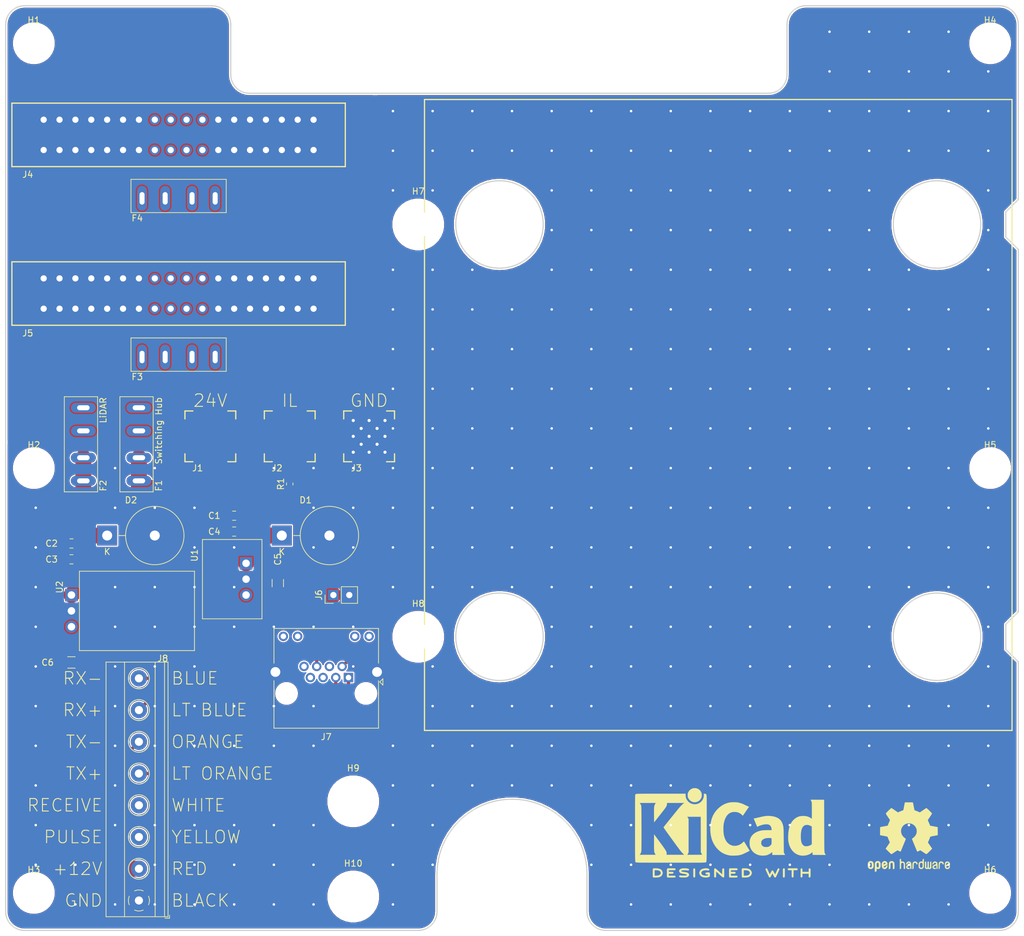
<source format=kicad_pcb>
(kicad_pcb (version 20171130) (host pcbnew "(5.1.7)-1")
  (title_block (date 2021-06-02) (company OUXT))
  (layers (0 F.Cu signal) (31 B.Cu signal) (34 B.Paste user hide) (35 F.Paste user hide) (36 B.SilkS user) (37 F.SilkS user) (38 B.Mask user hide) (39 F.Mask user hide) (44 Edge.Cuts user))
  (net 0 "")
  (net 1 GND)
  (net 2 "Net-(C1-Pad1)")
  (net 3 "Net-(C2-Pad1)")
  (net 4 "Net-(F1-Pad2)")
  (net 5 "Net-(J7-Pad11)")
  (net 6 "Net-(C6-Pad1)")
  (net 7 "Net-(C5-Pad1)")
  (net 8 "Net-(J2-Pad1)")
  (net 9 "Net-(J8-Pad4)")
  (net 10 "Net-(J8-Pad3)")
  (net 11 "Net-(F3-Pad1)")
  (net 12 "Net-(F4-Pad1)")
  (net 13 "Net-(J7-Pad12)")
  (net 14 "Net-(J7-Pad10)")
  (net 15 "Net-(J7-Pad9)")
  (net 16 "Net-(J7-Pad8)")
  (net 17 "Net-(J7-Pad6)")
  (net 18 "Net-(J7-Pad4)")
  (net 19 "Net-(J7-Pad2)")
  (net 20 "Net-(J7-Pad7)")
  (net 21 "Net-(J7-Pad5)")
  (net 22 "Net-(J7-Pad3)")
  (net 23 "Net-(J7-Pad1)")
  (module Symbol:OSHW-Logo2_14.6x12mm_SilkScreen (layer F.Cu) (at 213.5 209.055)
    (fp_text reference REF** hide)
    (fp_text value OSHW-Logo2_14.6x12mm_SilkScreen hide)
  )
  (module Symbol:KiCad-Logo2_12mm_SilkScreen (layer F.Cu) (at 184.925 207.15)
    (fp_text reference REF** hide)
    (fp_text value KiCad-Logo2_12mm_SilkScreen hide)
  )
  (module Fuse:RSPRO_1884617_plus_fuse (layer F.Cu) (at 96.66 106.82)
    (fp_text reference F4 (at -7.62 3.175) (layer F.SilkS) (effects (justify left)))
    (fp_text value "Mini Blade Fuse 32V 3A")
    (pad 2 thru_hole oval (at 5.85 0) (size 1.6 4) (drill oval 0.8 2) (layers *.Cu *.Mask) (net 4 "Net-(F1-Pad2)"))
    (pad 2 thru_hole oval (at 2.15 0) (size 1.6 4) (drill oval 0.8 2) (layers *.Cu *.Mask) (net 4 "Net-(F1-Pad2)"))
    (pad 1 thru_hole oval (at -2.15 0) (size 1.6 4) (drill oval 0.8 2) (layers *.Cu *.Mask) (net 12 "Net-(F4-Pad1)"))
    (pad 1 thru_hole oval (at -5.85 0) (size 1.6 4) (drill oval 0.8 2) (layers *.Cu *.Mask) (net 12 "Net-(F4-Pad1)"))
  )
  (module Fuse:RSPRO_1884617_plus_fuse (layer F.Cu) (at 96.66 132.22)
    (fp_text reference F3 (at -7.62 3.175) (layer F.SilkS) (effects (justify left)))
    (fp_text value "Mini Blade Fuse 32V 3A")
    (pad 2 thru_hole oval (at 5.85 0) (size 1.6 4) (drill oval 0.8 2) (layers *.Cu *.Mask) (net 4 "Net-(F1-Pad2)"))
    (pad 2 thru_hole oval (at 2.15 0) (size 1.6 4) (drill oval 0.8 2) (layers *.Cu *.Mask) (net 4 "Net-(F1-Pad2)"))
    (pad 1 thru_hole oval (at -2.15 0) (size 1.6 4) (drill oval 0.8 2) (layers *.Cu *.Mask) (net 11 "Net-(F3-Pad1)"))
    (pad 1 thru_hole oval (at -5.85 0) (size 1.6 4) (drill oval 0.8 2) (layers *.Cu *.Mask) (net 11 "Net-(F3-Pad1)"))
  )
  (module Fuse:RSPRO_1884617_plus_fuse (layer F.Cu) (at 81.42 146.19 90)
    (fp_text reference F2 (at -7.62 3.175 90) (layer F.SilkS) (effects (justify left)))
    (fp_text value "Mini Blade Fuse 32V 3A")
    (fp_text user LiDAR (at 7.62 3.175 90) (layer F.SilkS) (effects (justify right)))
    (pad 2 thru_hole oval (at 5.85 0 90) (size 1.6 4) (drill oval 0.8 2) (layers *.Cu *.Mask) (net 4 "Net-(F1-Pad2)"))
    (pad 2 thru_hole oval (at 2.15 0 90) (size 1.6 4) (drill oval 0.8 2) (layers *.Cu *.Mask) (net 4 "Net-(F1-Pad2)"))
    (pad 1 thru_hole oval (at -2.15 0 90) (size 1.6 4) (drill oval 0.8 2) (layers *.Cu *.Mask) (net 3 "Net-(C2-Pad1)"))
    (pad 1 thru_hole oval (at -5.85 0 90) (size 1.6 4) (drill oval 0.8 2) (layers *.Cu *.Mask) (net 3 "Net-(C2-Pad1)"))
  )
  (module Fuse:RSPRO_1884617_plus_fuse (layer F.Cu) (at 90.31 146.19 90)
    (fp_text reference F1 (at -7.62 3.175 90) (layer F.SilkS) (effects (justify left)))
    (fp_text value "Mini Blade Fuse 32V 3A")
    (fp_text user "Switching Hub" (at 7.62 3.175 90) (layer F.SilkS) (effects (justify right)))
    (pad 2 thru_hole oval (at 5.85 0 90) (size 1.6 4) (drill oval 0.8 2) (layers *.Cu *.Mask) (net 4 "Net-(F1-Pad2)"))
    (pad 2 thru_hole oval (at 2.15 0 90) (size 1.6 4) (drill oval 0.8 2) (layers *.Cu *.Mask) (net 4 "Net-(F1-Pad2)"))
    (pad 1 thru_hole oval (at -2.15 0 90) (size 1.6 4) (drill oval 0.8 2) (layers *.Cu *.Mask) (net 2 "Net-(C1-Pad1)"))
    (pad 1 thru_hole oval (at -5.85 0 90) (size 1.6 4) (drill oval 0.8 2) (layers *.Cu *.Mask) (net 2 "Net-(C1-Pad1)"))
  )
  (module Terminal:PV-3_via (layer F.Cu) (at 127.14 144.92)
    (fp_text reference J3 (at -2.032 5.08) (layer F.SilkS))
    (fp_text value PV-3)
    (fp_text user GND (at 0 -5.715) (layer F.SilkS) (effects (font (size 2 2))))
    (pad 1 thru_hole circle (at -1.27 1.27) (size 1.27 1.27) (drill 0.5) (layers *.Cu *.Mask) (net 1 GND))
    (pad 1 thru_hole circle (at 1.27 1.27) (size 1.27 1.27) (drill 0.5) (layers *.Cu *.Mask) (net 1 GND))
    (pad 1 thru_hole circle (at 1.27 -1.27) (size 1.27 1.27) (drill 0.5) (layers *.Cu *.Mask) (net 1 GND))
    (pad 1 thru_hole circle (at -1.27 -1.27) (size 1.27 1.27) (drill 0.5) (layers *.Cu *.Mask) (net 1 GND))
    (pad 1 thru_hole circle (at -2.54 2.54) (size 1.27 1.27) (drill 0.5) (layers *.Cu *.Mask) (net 1 GND))
    (pad 1 thru_hole circle (at 0 2.54) (size 1.27 1.27) (drill 0.5) (layers *.Cu *.Mask) (net 1 GND))
    (pad 1 thru_hole circle (at 2.54 2.54) (size 1.27 1.27) (drill 0.5) (layers *.Cu *.Mask) (net 1 GND))
    (pad 1 thru_hole circle (at 2.54 -2.54) (size 1.27 1.27) (drill 0.5) (layers *.Cu *.Mask) (net 1 GND))
    (pad 1 thru_hole circle (at 0 -2.54) (size 1.27 1.27) (drill 0.5) (layers *.Cu *.Mask) (net 1 GND))
    (pad 1 thru_hole circle (at -2.54 -2.54) (size 1.27 1.27) (drill 0.5) (layers *.Cu *.Mask) (net 1 GND))
    (pad 1 thru_hole circle (at -2.54 0) (size 1.27 1.27) (drill 0.5) (layers *.Cu *.Mask) (net 1 GND))
    (pad 1 thru_hole circle (at 2.54 0) (size 1.27 1.27) (drill 0.5) (layers *.Cu *.Mask) (net 1 GND))
    (pad 1 thru_hole circle (at 0 0) (size 1.27 1.27) (drill 0.5) (layers *.Cu *.Mask) (net 1 GND))
    (pad 1 smd rect (at 0 0) (size 7.5 7.5) (layers F.Cu F.Paste F.Mask) (net 1 GND))
  )
  (module Terminal:PV-3 (layer F.Cu) (at 114.44 144.92)
    (fp_text reference J2 (at -2.032 5.08) (layer F.SilkS))
    (fp_text value PV-3)
    (fp_text user IL (at 0 -5.715) (layer F.SilkS) (effects (font (size 2 2))))
    (pad 1 smd rect (at 0 0) (size 7.5 7.5) (layers F.Cu F.Paste F.Mask) (net 8 "Net-(J2-Pad1)"))
  )
  (module Terminal:PV-3 (layer F.Cu) (at 101.74 144.92)
    (fp_text reference J1 (at -2.032 5.08) (layer F.SilkS))
    (fp_text value PV-3)
    (fp_text user 24V (at 0 -5.715) (layer F.SilkS) (effects (font (size 2 2))))
    (pad 1 smd rect (at 0 0) (size 7.5 7.5) (layers F.Cu F.Paste F.Mask) (net 4 "Net-(F1-Pad2)"))
  )
  (module Connector:TEConnectivity_2-5530843-7 (layer F.Cu) (at 96.66 122.06)
    (fp_text reference J5 (at -24.13 6.35) (layer F.SilkS))
    (fp_text value 2-5530843-7)
    (pad 35 thru_hole circle (at 21.59 2.4257) (size 1.7 1.7) (drill 1) (layers *.Cu *.Mask) (net 1 GND))
    (pad 36 thru_hole circle (at 21.59 -2.4257) (size 1.7 1.7) (drill 1) (layers *.Cu *.Mask) (net 1 GND))
    (pad 33 thru_hole circle (at 19.05 2.4257) (size 1.7 1.7) (drill 1) (layers *.Cu *.Mask) (net 1 GND))
    (pad 34 thru_hole circle (at 19.05 -2.4257) (size 1.7 1.7) (drill 1) (layers *.Cu *.Mask) (net 1 GND))
    (pad 31 thru_hole circle (at 16.51 2.4257) (size 1.7 1.7) (drill 1) (layers *.Cu *.Mask) (net 1 GND))
    (pad 32 thru_hole circle (at 16.51 -2.4257) (size 1.7 1.7) (drill 1) (layers *.Cu *.Mask) (net 1 GND))
    (pad 29 thru_hole circle (at 13.97 2.4257) (size 1.7 1.7) (drill 1) (layers *.Cu *.Mask) (net 1 GND))
    (pad 30 thru_hole circle (at 13.97 -2.4257) (size 1.7 1.7) (drill 1) (layers *.Cu *.Mask) (net 1 GND))
    (pad 27 thru_hole circle (at 11.43 2.4257) (size 1.7 1.7) (drill 1) (layers *.Cu *.Mask) (net 1 GND))
    (pad 28 thru_hole circle (at 11.43 -2.4257) (size 1.7 1.7) (drill 1) (layers *.Cu *.Mask) (net 1 GND))
    (pad 25 thru_hole circle (at 8.89 2.4257 90) (size 1.7 1.7) (drill 1) (layers *.Cu *.Mask) (net 1 GND))
    (pad 26 thru_hole circle (at 8.89 -2.4257) (size 1.7 1.7) (drill 1) (layers *.Cu *.Mask) (net 1 GND))
    (pad 23 thru_hole circle (at 6.35 2.4257) (size 1.7 1.7) (drill 1) (layers *.Cu *.Mask) (net 1 GND))
    (pad 24 thru_hole circle (at 6.35 -2.4257) (size 1.7 1.7) (drill 1) (layers *.Cu *.Mask) (net 1 GND))
    (pad 21 thru_hole circle (at 3.81 2.4257) (size 1.7 1.7) (drill 1) (layers *.Cu *.Mask) (net 11 "Net-(F3-Pad1)"))
    (pad 22 thru_hole circle (at 3.81 -2.4257) (size 1.7 1.7) (drill 1) (layers *.Cu *.Mask) (net 11 "Net-(F3-Pad1)"))
    (pad 19 thru_hole circle (at 1.27 2.4257) (size 1.7 1.7) (drill 1) (layers *.Cu *.Mask) (net 11 "Net-(F3-Pad1)"))
    (pad 20 thru_hole circle (at 1.27 -2.4257) (size 1.7 1.7) (drill 1) (layers *.Cu *.Mask) (net 11 "Net-(F3-Pad1)"))
    (pad 17 thru_hole circle (at -1.27 2.4257) (size 1.7 1.7) (drill 1) (layers *.Cu *.Mask) (net 11 "Net-(F3-Pad1)"))
    (pad 18 thru_hole circle (at -1.27 -2.4257) (size 1.7 1.7) (drill 1) (layers *.Cu *.Mask) (net 11 "Net-(F3-Pad1)"))
    (pad 15 thru_hole circle (at -3.81 2.4257) (size 1.7 1.7) (drill 1) (layers *.Cu *.Mask) (net 11 "Net-(F3-Pad1)"))
    (pad 16 thru_hole circle (at -3.81 -2.4257) (size 1.7 1.7) (drill 1) (layers *.Cu *.Mask) (net 11 "Net-(F3-Pad1)"))
    (pad 13 thru_hole circle (at -6.35 2.4257) (size 1.7 1.7) (drill 1) (layers *.Cu *.Mask) (net 1 GND))
    (pad 14 thru_hole circle (at -6.35 -2.4257) (size 1.7 1.7) (drill 1) (layers *.Cu *.Mask) (net 1 GND))
    (pad 11 thru_hole circle (at -8.89 2.4257) (size 1.7 1.7) (drill 1) (layers *.Cu *.Mask) (net 1 GND))
    (pad 12 thru_hole circle (at -8.89 -2.4257) (size 1.7 1.7) (drill 1) (layers *.Cu *.Mask) (net 1 GND))
    (pad 9 thru_hole circle (at -11.43 2.4257) (size 1.7 1.7) (drill 1) (layers *.Cu *.Mask) (net 1 GND))
    (pad 10 thru_hole circle (at -11.43 -2.4257) (size 1.7 1.7) (drill 1) (layers *.Cu *.Mask) (net 1 GND))
    (pad 7 thru_hole circle (at -13.97 2.4257) (size 1.7 1.7) (drill 1) (layers *.Cu *.Mask) (net 1 GND))
    (pad 8 thru_hole circle (at -13.97 -2.4257) (size 1.7 1.7) (drill 1) (layers *.Cu *.Mask) (net 1 GND))
    (pad 5 thru_hole circle (at -16.51 2.4257) (size 1.7 1.7) (drill 1) (layers *.Cu *.Mask) (net 1 GND))
    (pad 6 thru_hole circle (at -16.51 -2.4257) (size 1.7 1.7) (drill 1) (layers *.Cu *.Mask) (net 1 GND))
    (pad 3 thru_hole circle (at -19.05 2.4257) (size 1.7 1.7) (drill 1) (layers *.Cu *.Mask) (net 1 GND))
    (pad 4 thru_hole circle (at -19.05 -2.4257) (size 1.7 1.7) (drill 1) (layers *.Cu *.Mask) (net 1 GND))
    (pad 1 thru_hole circle (at -21.59 2.4257) (size 1.7 1.7) (drill 1) (layers *.Cu *.Mask) (net 1 GND))
    (pad 2 thru_hole circle (at -21.59 -2.4257) (size 1.7 1.7) (drill 1) (layers *.Cu *.Mask) (net 1 GND))
  )
  (module Connector:TEConnectivity_2-5530843-7 (layer F.Cu) (at 96.66 96.66)
    (fp_text reference J4 (at -24.13 6.35) (layer F.SilkS))
    (fp_text value 2-5530843-7)
    (pad 35 thru_hole circle (at 21.59 2.4257) (size 1.7 1.7) (drill 1) (layers *.Cu *.Mask) (net 1 GND))
    (pad 36 thru_hole circle (at 21.59 -2.4257) (size 1.7 1.7) (drill 1) (layers *.Cu *.Mask) (net 1 GND))
    (pad 33 thru_hole circle (at 19.05 2.4257) (size 1.7 1.7) (drill 1) (layers *.Cu *.Mask) (net 1 GND))
    (pad 34 thru_hole circle (at 19.05 -2.4257) (size 1.7 1.7) (drill 1) (layers *.Cu *.Mask) (net 1 GND))
    (pad 31 thru_hole circle (at 16.51 2.4257) (size 1.7 1.7) (drill 1) (layers *.Cu *.Mask) (net 1 GND))
    (pad 32 thru_hole circle (at 16.51 -2.4257) (size 1.7 1.7) (drill 1) (layers *.Cu *.Mask) (net 1 GND))
    (pad 29 thru_hole circle (at 13.97 2.4257) (size 1.7 1.7) (drill 1) (layers *.Cu *.Mask) (net 1 GND))
    (pad 30 thru_hole circle (at 13.97 -2.4257) (size 1.7 1.7) (drill 1) (layers *.Cu *.Mask) (net 1 GND))
    (pad 27 thru_hole circle (at 11.43 2.4257) (size 1.7 1.7) (drill 1) (layers *.Cu *.Mask) (net 1 GND))
    (pad 28 thru_hole circle (at 11.43 -2.4257) (size 1.7 1.7) (drill 1) (layers *.Cu *.Mask) (net 1 GND))
    (pad 25 thru_hole circle (at 8.89 2.4257 90) (size 1.7 1.7) (drill 1) (layers *.Cu *.Mask) (net 1 GND))
    (pad 26 thru_hole circle (at 8.89 -2.4257) (size 1.7 1.7) (drill 1) (layers *.Cu *.Mask) (net 1 GND))
    (pad 23 thru_hole circle (at 6.35 2.4257) (size 1.7 1.7) (drill 1) (layers *.Cu *.Mask) (net 1 GND))
    (pad 24 thru_hole circle (at 6.35 -2.4257) (size 1.7 1.7) (drill 1) (layers *.Cu *.Mask) (net 1 GND))
    (pad 21 thru_hole circle (at 3.81 2.4257) (size 1.7 1.7) (drill 1) (layers *.Cu *.Mask) (net 12 "Net-(F4-Pad1)"))
    (pad 22 thru_hole circle (at 3.81 -2.4257) (size 1.7 1.7) (drill 1) (layers *.Cu *.Mask) (net 12 "Net-(F4-Pad1)"))
    (pad 19 thru_hole circle (at 1.27 2.4257) (size 1.7 1.7) (drill 1) (layers *.Cu *.Mask) (net 12 "Net-(F4-Pad1)"))
    (pad 20 thru_hole circle (at 1.27 -2.4257) (size 1.7 1.7) (drill 1) (layers *.Cu *.Mask) (net 12 "Net-(F4-Pad1)"))
    (pad 17 thru_hole circle (at -1.27 2.4257) (size 1.7 1.7) (drill 1) (layers *.Cu *.Mask) (net 12 "Net-(F4-Pad1)"))
    (pad 18 thru_hole circle (at -1.27 -2.4257) (size 1.7 1.7) (drill 1) (layers *.Cu *.Mask) (net 12 "Net-(F4-Pad1)"))
    (pad 15 thru_hole circle (at -3.81 2.4257) (size 1.7 1.7) (drill 1) (layers *.Cu *.Mask) (net 12 "Net-(F4-Pad1)"))
    (pad 16 thru_hole circle (at -3.81 -2.4257) (size 1.7 1.7) (drill 1) (layers *.Cu *.Mask) (net 12 "Net-(F4-Pad1)"))
    (pad 13 thru_hole circle (at -6.35 2.4257) (size 1.7 1.7) (drill 1) (layers *.Cu *.Mask) (net 1 GND))
    (pad 14 thru_hole circle (at -6.35 -2.4257) (size 1.7 1.7) (drill 1) (layers *.Cu *.Mask) (net 1 GND))
    (pad 11 thru_hole circle (at -8.89 2.4257) (size 1.7 1.7) (drill 1) (layers *.Cu *.Mask) (net 1 GND))
    (pad 12 thru_hole circle (at -8.89 -2.4257) (size 1.7 1.7) (drill 1) (layers *.Cu *.Mask) (net 1 GND))
    (pad 9 thru_hole circle (at -11.43 2.4257) (size 1.7 1.7) (drill 1) (layers *.Cu *.Mask) (net 1 GND))
    (pad 10 thru_hole circle (at -11.43 -2.4257) (size 1.7 1.7) (drill 1) (layers *.Cu *.Mask) (net 1 GND))
    (pad 7 thru_hole circle (at -13.97 2.4257) (size 1.7 1.7) (drill 1) (layers *.Cu *.Mask) (net 1 GND))
    (pad 8 thru_hole circle (at -13.97 -2.4257) (size 1.7 1.7) (drill 1) (layers *.Cu *.Mask) (net 1 GND))
    (pad 5 thru_hole circle (at -16.51 2.4257) (size 1.7 1.7) (drill 1) (layers *.Cu *.Mask) (net 1 GND))
    (pad 6 thru_hole circle (at -16.51 -2.4257) (size 1.7 1.7) (drill 1) (layers *.Cu *.Mask) (net 1 GND))
    (pad 3 thru_hole circle (at -19.05 2.4257) (size 1.7 1.7) (drill 1) (layers *.Cu *.Mask) (net 1 GND))
    (pad 4 thru_hole circle (at -19.05 -2.4257) (size 1.7 1.7) (drill 1) (layers *.Cu *.Mask) (net 1 GND))
    (pad 1 thru_hole circle (at -21.59 2.4257) (size 1.7 1.7) (drill 1) (layers *.Cu *.Mask) (net 1 GND))
    (pad 2 thru_hole circle (at -21.59 -2.4257) (size 1.7 1.7) (drill 1) (layers *.Cu *.Mask) (net 1 GND))
  )
  (module SuperRegulator:K78xx-2000R3 (layer F.Cu) (at 107.455 167.78 270)
    (fp_text reference U1 (at -3.81 8.255 90) (layer F.SilkS))
    (fp_text value K7805-2000R3)
    (pad 3 thru_hole circle (at 2.54 0 270) (size 2 2) (drill 1.2) (layers *.Cu *.Mask) (net 7 "Net-(C5-Pad1)"))
    (pad 2 thru_hole circle (at 0 0 270) (size 2 2) (drill 1.2) (layers *.Cu *.Mask) (net 1 GND))
    (pad 1 thru_hole rect (at -2.54 0 270) (size 2 2) (drill 1.2) (layers *.Cu *.Mask) (net 2 "Net-(C1-Pad1)"))
  )
  (module SuperRegulator:K78xx-2000R3L (layer F.Cu) (at 79.515 172.86 270)
    (fp_text reference U2 (at -3.81 1.905 90) (layer F.SilkS))
    (fp_text value K7812-2000R3L)
    (pad 3 thru_hole circle (at 2.54 0 270) (size 2 2) (drill 1.2) (layers *.Cu *.Mask) (net 6 "Net-(C6-Pad1)"))
    (pad 2 thru_hole circle (at 0 0 270) (size 2 2) (drill 1.2) (layers *.Cu *.Mask) (net 1 GND))
    (pad 1 thru_hole rect (at -2.54 0 270) (size 2 2) (drill 1.2) (layers *.Cu *.Mask) (net 3 "Net-(C2-Pad1)"))
  )
  (module Connector_PinHeader_2.54mm:PinHeader_1x02_P2.54mm_Vertical (layer F.Cu) (at 121.425 170.32 90)
    (fp_text reference J6 (at 0 -2.33 90) (layer F.SilkS))
    (fp_text value Conn_01x02)
    (pad 2 thru_hole oval (at 0 2.54 90) (size 1.7 1.7) (drill 1) (layers *.Cu *.Mask) (net 1 GND))
    (pad 1 thru_hole rect (at 0 0 90) (size 1.7 1.7) (drill 1) (layers *.Cu *.Mask) (net 7 "Net-(C5-Pad1)"))
  )
  (module Capacitor_SMD:C_1206_3216Metric_Pad1.42x1.75mm_HandSolder (layer F.Cu) (at 112.535 168.415 90)
    (fp_text reference C5 (at 3.81 0 90) (layer F.SilkS))
    (fp_text value "22u 10V")
    (pad 2 smd roundrect (at 1.4875 0 90) (size 1.425 1.75) (layers F.Cu F.Paste F.Mask) (roundrect_rratio 0.175439) (net 1 GND))
    (pad 1 smd roundrect (at -1.4875 0 90) (size 1.425 1.75) (layers F.Cu F.Paste F.Mask) (roundrect_rratio 0.175439) (net 7 "Net-(C5-Pad1)"))
  )
  (module Diode_THT:D_P600_R-6_P7.62mm_Vertical_KathodeUp (layer F.Cu) (at 85.23 160.795)
    (fp_text reference D2 (at 3.81 -5.67) (layer F.SilkS))
    (fp_text value 5KP30A-E3/54)
    (fp_text user K (at 0 2.6) (layer F.SilkS))
    (pad 2 thru_hole oval (at 7.62 0) (size 3.2 3.2) (drill 1.6) (layers *.Cu *.Mask) (net 1 GND))
    (pad 1 thru_hole rect (at 0 0) (size 3.2 3.2) (drill 1.6) (layers *.Cu *.Mask) (net 3 "Net-(C2-Pad1)"))
  )
  (module Diode_THT:D_P600_R-6_P7.62mm_Vertical_KathodeUp (layer F.Cu) (at 113.17 160.795)
    (fp_text reference D1 (at 3.81 -5.67) (layer F.SilkS))
    (fp_text value 5KP30A-E3/54)
    (fp_text user K (at 0 2.6) (layer F.SilkS))
    (pad 2 thru_hole oval (at 7.62 0) (size 3.2 3.2) (drill 1.6) (layers *.Cu *.Mask) (net 1 GND))
    (pad 1 thru_hole rect (at 0 0) (size 3.2 3.2) (drill 1.6) (layers *.Cu *.Mask) (net 2 "Net-(C1-Pad1)"))
  )
  (module Capacitor_SMD:C_0805_2012Metric_Pad1.18x1.45mm_HandSolder (layer F.Cu) (at 79.515 164.605 180)
    (fp_text reference C3 (at 3.175 0) (layer F.SilkS))
    (fp_text value "10u 35V")
    (pad 2 smd roundrect (at 1.0375 0 180) (size 1.175 1.45) (layers F.Cu F.Paste F.Mask) (roundrect_rratio 0.212766) (net 1 GND))
    (pad 1 smd roundrect (at -1.0375 0 180) (size 1.175 1.45) (layers F.Cu F.Paste F.Mask) (roundrect_rratio 0.212766) (net 3 "Net-(C2-Pad1)"))
  )
  (module Capacitor_SMD:C_0805_2012Metric_Pad1.18x1.45mm_HandSolder (layer F.Cu) (at 105.55 157.62 180)
    (fp_text reference C1 (at 3.175 0) (layer F.SilkS))
    (fp_text value "10u 35V")
    (pad 2 smd roundrect (at 1.0375 0 180) (size 1.175 1.45) (layers F.Cu F.Paste F.Mask) (roundrect_rratio 0.212766) (net 1 GND))
    (pad 1 smd roundrect (at -1.0375 0 180) (size 1.175 1.45) (layers F.Cu F.Paste F.Mask) (roundrect_rratio 0.212766) (net 2 "Net-(C1-Pad1)"))
  )
  (module Capacitor_SMD:C_1206_3216Metric_Pad1.42x1.75mm_HandSolder (layer F.Cu) (at 79.515 181.115 180)
    (fp_text reference C6 (at 3.81 0) (layer F.SilkS))
    (fp_text value "22u 25V")
    (pad 2 smd roundrect (at 1.4875 0 180) (size 1.425 1.75) (layers F.Cu F.Paste F.Mask) (roundrect_rratio 0.175439) (net 1 GND))
    (pad 1 smd roundrect (at -1.4875 0 180) (size 1.425 1.75) (layers F.Cu F.Paste F.Mask) (roundrect_rratio 0.175439) (net 6 "Net-(C6-Pad1)"))
  )
  (module MountingHole:MountingHole_4.3mm_M4 (layer F.Cu) (at 124.6 218.58)
    (fp_text reference H10 (at 0 -5.3) (layer F.SilkS))
    (fp_text value MountingHole)
    (pad 1 np_thru_hole circle (at 0 0) (size 4.3 4.3) (drill 4.3) (layers *.Cu *.Mask))
  )
  (module MountingHole:MountingHole_4.3mm_M4 (layer F.Cu) (at 124.6 203.34)
    (fp_text reference H9 (at 0 -5.3) (layer F.SilkS))
    (fp_text value MountingHole)
    (pad 1 np_thru_hole circle (at 0 0) (size 4.3 4.3) (drill 4.3) (layers *.Cu *.Mask))
  )
  (module MountingHole:MountingHole_4.3mm_M4 (layer F.Cu) (at 135 177)
    (fp_text reference H8 (at 0 -5.3) (layer F.SilkS))
    (fp_text value MountingHole)
    (pad 1 np_thru_hole circle (at 0 0) (size 4.3 4.3) (drill 4.3) (layers *.Cu *.Mask))
  )
  (module MountingHole:MountingHole_4.3mm_M4 (layer F.Cu) (at 135 111)
    (fp_text reference H7 (at 0 -5.3) (layer F.SilkS))
    (fp_text value MountingHole)
    (pad 1 np_thru_hole circle (at 0 0) (size 4.3 4.3) (drill 4.3) (layers *.Cu *.Mask))
  )
  (module TerminalBlock_Phoenix:TerminalBlock_Phoenix_MKDS-1,5-8-5.08_1x08_P5.08mm_Horizontal (layer F.Cu) (at 90.31 219.215 90)
    (fp_text reference J8 (at 38.735 3.81 180) (layer F.SilkS))
    (fp_text value 1715789)
    (pad 8 thru_hole circle (at 35.56 0 90) (size 2.6 2.6) (drill 1.3) (layers *.Cu *.Mask) (net 17 "Net-(J7-Pad6)"))
    (pad 7 thru_hole circle (at 30.48 0 90) (size 2.6 2.6) (drill 1.3) (layers *.Cu *.Mask) (net 22 "Net-(J7-Pad3)"))
    (pad 6 thru_hole circle (at 25.4 0 90) (size 2.6 2.6) (drill 1.3) (layers *.Cu *.Mask) (net 19 "Net-(J7-Pad2)"))
    (pad 5 thru_hole circle (at 20.32 0 90) (size 2.6 2.6) (drill 1.3) (layers *.Cu *.Mask) (net 23 "Net-(J7-Pad1)"))
    (pad 4 thru_hole circle (at 15.24 0 90) (size 2.6 2.6) (drill 1.3) (layers *.Cu *.Mask) (net 9 "Net-(J8-Pad4)"))
    (pad 3 thru_hole circle (at 10.16 0 90) (size 2.6 2.6) (drill 1.3) (layers *.Cu *.Mask) (net 10 "Net-(J8-Pad3)"))
    (pad 2 thru_hole circle (at 5.08 0 90) (size 2.6 2.6) (drill 1.3) (layers *.Cu *.Mask) (net 6 "Net-(C6-Pad1)"))
    (pad 1 thru_hole rect (at 0 0 90) (size 2.6 2.6) (drill 1.3) (layers *.Cu *.Mask) (net 1 GND))
  )
  (module Connector_RJ:RJ45_Amphenol_RJHSE538X (layer F.Cu) (at 123.838 183.53 180)
    (fp_text reference J7 (at 3.56 -9.5) (layer F.SilkS))
    (fp_text value RJHSE5381)
    (pad 12 thru_hole circle (at 10.42 6.6 180) (size 1.5 1.5) (drill 0.89) (layers *.Cu *.Mask) (net 13 "Net-(J7-Pad12)"))
    (pad 11 thru_hole circle (at 8.13 6.6 180) (size 1.5 1.5) (drill 0.89) (layers *.Cu *.Mask) (net 5 "Net-(J7-Pad11)"))
    (pad 10 thru_hole circle (at -1.01 6.6 180) (size 1.5 1.5) (drill 0.89) (layers *.Cu *.Mask) (net 14 "Net-(J7-Pad10)"))
    (pad 9 thru_hole circle (at -3.3 6.6 180) (size 1.5 1.5) (drill 0.89) (layers *.Cu *.Mask) (net 15 "Net-(J7-Pad9)"))
    (pad SH thru_hole circle (at -4.57 0.89 180) (size 2.3 2.3) (drill 1.57) (layers *.Cu *.Mask) (net 1 GND))
    (pad SH thru_hole circle (at 11.69 0.89 180) (size 2.3 2.3) (drill 1.57) (layers *.Cu *.Mask) (net 1 GND))
    (pad "" np_thru_hole circle (at 9.91 -2.54 180) (size 3.25 3.25) (drill 3.25) (layers *.Cu *.Mask))
    (pad "" np_thru_hole circle (at -2.79 -2.54 180) (size 3.25 3.25) (drill 3.25) (layers *.Cu *.Mask))
    (pad 8 thru_hole circle (at 7.112 1.78 180) (size 1.5 1.5) (drill 0.89) (layers *.Cu *.Mask) (net 16 "Net-(J7-Pad8)"))
    (pad 6 thru_hole circle (at 5.08 1.78 180) (size 1.5 1.5) (drill 0.89) (layers *.Cu *.Mask) (net 17 "Net-(J7-Pad6)"))
    (pad 4 thru_hole circle (at 3.048 1.78 180) (size 1.5 1.5) (drill 0.89) (layers *.Cu *.Mask) (net 18 "Net-(J7-Pad4)"))
    (pad 2 thru_hole circle (at 1.016 1.78 180) (size 1.5 1.5) (drill 0.89) (layers *.Cu *.Mask) (net 19 "Net-(J7-Pad2)"))
    (pad 7 thru_hole circle (at 6.096 0 180) (size 1.5 1.5) (drill 0.89) (layers *.Cu *.Mask) (net 20 "Net-(J7-Pad7)"))
    (pad 5 thru_hole circle (at 4.064 0 180) (size 1.5 1.5) (drill 0.89) (layers *.Cu *.Mask) (net 21 "Net-(J7-Pad5)"))
    (pad 3 thru_hole circle (at 2.032 0 180) (size 1.5 1.5) (drill 0.89) (layers *.Cu *.Mask) (net 22 "Net-(J7-Pad3)"))
    (pad 1 thru_hole rect (at 0 0 180) (size 1.5 1.5) (drill 0.89) (layers *.Cu *.Mask) (net 23 "Net-(J7-Pad1)"))
  )
  (module Resistor_SMD:R_0603_1608Metric_Pad1.05x0.95mm_HandSolder (layer F.Cu) (at 114.44 152.54 90)
    (fp_text reference R1 (at 0 -1.43 90) (layer F.SilkS))
    (fp_text value 1k)
    (pad 2 smd roundrect (at 0.875 0 90) (size 1.05 0.95) (layers F.Cu F.Paste F.Mask) (net 8 "Net-(J2-Pad1)"))
    (pad 1 smd roundrect (at -0.875 0 90) (size 1.05 0.95) (layers F.Cu F.Paste F.Mask) (net 1 GND))
  )
  (module MountingHole:MountingHole_2.7mm_M2.5 (layer F.Cu) (at 226.5 218)
    (fp_text reference H6 (at 0 -3.7) (layer F.SilkS))
    (fp_text value MountingHole)
    (pad 1 np_thru_hole circle (at 0 0) (size 2.7 2.7) (drill 2.7) (layers *.Cu *.Mask))
  )
  (module MountingHole:MountingHole_2.7mm_M2.5 (layer F.Cu) (at 226.5 150)
    (fp_text reference H5 (at 0 -3.7) (layer F.SilkS))
    (fp_text value MountingHole)
    (pad 1 np_thru_hole circle (at 0 0) (size 2.7 2.7) (drill 2.7) (layers *.Cu *.Mask))
  )
  (module MountingHole:MountingHole_2.7mm_M2.5 (layer F.Cu) (at 226.5 82)
    (fp_text reference H4 (at 0 -3.7) (layer F.SilkS))
    (fp_text value MountingHole)
    (pad 1 np_thru_hole circle (at 0 0) (size 2.7 2.7) (drill 2.7) (layers *.Cu *.Mask))
  )
  (module MountingHole:MountingHole_2.7mm_M2.5 (layer F.Cu) (at 73.5 218)
    (fp_text reference H3 (at 0 -3.7) (layer F.SilkS))
    (fp_text value MountingHole)
    (pad "" np_thru_hole circle (at 0 0) (size 2.7 2.7) (drill 2.7) (layers *.Cu *.Mask) (clearance 2))
  )
  (module MountingHole:MountingHole_2.7mm_M2.5 (layer F.Cu) (at 73.5 150)
    (fp_text reference H2 (at 0 -3.7) (layer F.SilkS))
    (fp_text value MountingHole)
    (pad 1 np_thru_hole circle (at 0 0) (size 2.7 2.7) (drill 2.7) (layers *.Cu *.Mask))
  )
  (module MountingHole:MountingHole_2.7mm_M2.5 (layer F.Cu) (at 73.5 82)
    (fp_text reference H1 (at 0 -3.7) (layer F.SilkS))
    (fp_text value MountingHole)
    (pad 1 np_thru_hole circle (at 0 0) (size 2.7 2.7) (drill 2.7) (layers *.Cu *.Mask))
  )
  (module Capacitor_SMD:C_0805_2012Metric_Pad1.18x1.45mm_HandSolder (layer F.Cu) (at 79.515 162.065 180)
    (fp_text reference C2 (at 3.175 0) (layer F.SilkS))
    (fp_text value "10u 35V")
    (pad 2 smd roundrect (at 1.0375 0 180) (size 1.175 1.45) (layers F.Cu F.Paste F.Mask) (roundrect_rratio 0.212766) (net 1 GND))
    (pad 1 smd roundrect (at -1.0375 0 180) (size 1.175 1.45) (layers F.Cu F.Paste F.Mask) (roundrect_rratio 0.212766) (net 3 "Net-(C2-Pad1)"))
  )
  (module Capacitor_SMD:C_0805_2012Metric_Pad1.18x1.45mm_HandSolder (layer F.Cu) (at 105.55 160.16 180)
    (fp_text reference C4 (at 3.175 0) (layer F.SilkS))
    (fp_text value "10u 35V")
    (pad 2 smd roundrect (at 1.0375 0 180) (size 1.175 1.45) (layers F.Cu F.Paste F.Mask) (roundrect_rratio 0.212766) (net 1 GND))
    (pad 1 smd roundrect (at -1.0375 0 180) (size 1.175 1.45) (layers F.Cu F.Paste F.Mask) (roundrect_rratio 0.212766) (net 2 "Net-(C1-Pad1)"))
  )
  (gr_line (start 229 113) (end 229 109) (layer Edge.Cuts) (width 0.2))
  (gr_line (start 229 109) (end 231 107) (layer Edge.Cuts) (width 0.2))
  (gr_line (start 229 113) (end 231 115) (layer Edge.Cuts) (width 0.2))
  (gr_line (start 231 115) (end 231 173) (layer Edge.Cuts) (width 0.2))
  (gr_line (start 229 175) (end 229 179) (layer Edge.Cuts) (width 0.2))
  (gr_line (start 229 175) (end 231 173) (layer Edge.Cuts) (width 0.2))
  (gr_line (start 229 179) (end 231 181) (layer Edge.Cuts) (width 0.2))
  (gr_line (start 231 181) (end 231 221) (layer Edge.Cuts) (width 0.2))
  (gr_circle (center 218 111) (end 225 111) (layer Edge.Cuts) (width 0.2))
  (gr_circle (center 218 177) (end 225 177) (layer Edge.Cuts) (width 0.2))
  (gr_circle (center 148 177) (end 155 177) (layer Edge.Cuts) (width 0.2))
  (gr_circle (center 148 111) (end 155 111) (layer Edge.Cuts) (width 0.2))
  (gr_arc (start 102 79) (end 105 79) (angle -90) (layer Edge.Cuts) (width 0.2))
  (gr_arc (start 108 87) (end 105 87) (angle -90) (layer Edge.Cuts) (width 0.2))
  (gr_line (start 105 79) (end 105 87) (layer Edge.Cuts) (width 0.2))
  (gr_arc (start 191 87) (end 191 90) (angle -90) (layer Edge.Cuts) (width 0.2))
  (gr_arc (start 197 79) (end 197 76) (angle -90) (layer Edge.Cuts) (width 0.2))
  (gr_line (start 194 87) (end 194 79) (layer Edge.Cuts) (width 0.2))
  (gr_arc (start 228 79) (end 231 79) (angle -90) (layer Edge.Cuts) (width 0.2))
  (gr_arc (start 72 79) (end 72 76) (angle -90) (layer Edge.Cuts) (width 0.2))
  (gr_arc (start 228 221) (end 228 224) (angle -90) (layer Edge.Cuts) (width 0.2))
  (gr_arc (start 165 221) (end 162 221) (angle -90) (layer Edge.Cuts) (width 0.2))
  (gr_arc (start 135 221) (end 135 224) (angle -90) (layer Edge.Cuts) (width 0.2))
  (gr_arc (start 72 221) (end 69 221) (angle -90) (layer Edge.Cuts) (width 0.2))
  (gr_text RX- (at 84.595 183.655) (layer F.SilkS) (effects (font (size 2 2)) (justify right)))
  (gr_text RX+ (at 84.595 188.735) (layer F.SilkS) (effects (font (size 2 2)) (justify right)))
  (gr_text TX- (at 84.595 193.815) (layer F.SilkS) (effects (font (size 2 2)) (justify right)))
  (gr_text TX+ (at 84.595 198.895) (layer F.SilkS) (effects (font (size 2 2)) (justify right)))
  (gr_text RECEIVE (at 84.595 203.975) (layer F.SilkS) (effects (font (size 2 2)) (justify right)))
  (gr_text PULSE (at 84.595 209.055) (layer F.SilkS) (effects (font (size 2 2)) (justify right)))
  (gr_text +12V (at 84.595 214.135) (layer F.SilkS) (effects (font (size 2 2)) (justify right)))
  (gr_text GND (at 84.595 219.215) (layer F.SilkS) (effects (font (size 2 2)) (justify right)))
  (gr_text BLUE (at 95.39 183.655) (layer F.SilkS) (effects (font (size 2 2)) (justify left)))
  (gr_text "LT BLUE" (at 95.39 188.735) (layer F.SilkS) (effects (font (size 2 2)) (justify left)))
  (gr_text ORANGE (at 95.39 193.815) (layer F.SilkS) (effects (font (size 2 2)) (justify left)))
  (gr_text "LT ORANGE" (at 95.39 198.895) (layer F.SilkS) (effects (font (size 2 2)) (justify left)))
  (gr_text WHITE (at 95.39 203.975) (layer F.SilkS) (effects (font (size 2 2)) (justify left)))
  (gr_text YELLOW (at 95.39 209.055) (layer F.SilkS) (effects (font (size 2 2)) (justify left)))
  (gr_text RED (at 95.39 214.135) (layer F.SilkS) (effects (font (size 2 2)) (justify left)))
  (gr_text BLACK (at 95.39 219.215) (layer F.SilkS) (effects (font (size 2 2)) (justify left)))
  (gr_line (start 231 79) (end 231 107) (layer Edge.Cuts) (width 0.2))
  (gr_line (start 108 90) (end 191 90) (layer Edge.Cuts) (width 0.2))
  (gr_line (start 165 224) (end 228 224) (layer Edge.Cuts) (width 0.2))
  (gr_arc (start 150 215) (end 162 215) (angle -180) (layer Edge.Cuts) (width 0.2))
  (gr_line (start 230 91) (end 136 91) (layer F.SilkS) (width 0.2))
  (gr_line (start 230 192) (end 230 91) (layer F.SilkS) (width 0.2))
  (gr_line (start 136 192) (end 230 192) (layer F.SilkS) (width 0.2))
  (gr_line (start 136 91) (end 136 192) (layer F.SilkS) (width 0.2))
  (gr_line (start 228 76) (end 197 76) (layer Edge.Cuts) (width 0.2))
  (gr_line (start 138 221) (end 138 215) (layer Edge.Cuts) (width 0.2))
  (gr_line (start 72 224) (end 135 224) (layer Edge.Cuts) (width 0.2))
  (gr_line (start 102 76) (end 72 76) (layer Edge.Cuts) (width 0.2))
  (gr_line (start 69 79) (end 69 221) (layer Edge.Cuts) (width 0.2))
  (gr_line (start 162 215) (end 162 221) (layer Edge.Cuts) (width 0.2))
  (via (at 150 150) (size 0.8) (drill 0.4) (layers F.Cu B.Cu) (net 1))
  (via (at 150 156.35) (size 0.8) (drill 0.4) (layers F.Cu B.Cu) (net 1))
  (via (at 150 162.7) (size 0.8) (drill 0.4) (layers F.Cu B.Cu) (net 1))
  (via (at 150 169.05) (size 0.8) (drill 0.4) (layers F.Cu B.Cu) (net 1))
  (via (at 143.65 169.05) (size 0.8) (drill 0.4) (layers F.Cu B.Cu) (net 1))
  (via (at 143.65 162.7) (size 0.8) (drill 0.4) (layers F.Cu B.Cu) (net 1))
  (via (at 156.35 169.05) (size 0.8) (drill 0.4) (layers F.Cu B.Cu) (net 1))
  (via (at 156.35 162.7) (size 0.8) (drill 0.4) (layers F.Cu B.Cu) (net 1))
  (via (at 137.3 162.7) (size 0.8) (drill 0.4) (layers F.Cu B.Cu) (net 1))
  (via (at 137.3 169.05) (size 0.8) (drill 0.4) (layers F.Cu B.Cu) (net 1))
  (via (at 130.95 169.05) (size 0.8) (drill 0.4) (layers F.Cu B.Cu) (net 1))
  (via (at 130.95 162.7) (size 0.8) (drill 0.4) (layers F.Cu B.Cu) (net 1))
  (via (at 130.95 156.35) (size 0.8) (drill 0.4) (layers F.Cu B.Cu) (net 1))
  (via (at 137.3 156.35) (size 0.8) (drill 0.4) (layers F.Cu B.Cu) (net 1))
  (via (at 143.65 156.35) (size 0.8) (drill 0.4) (layers F.Cu B.Cu) (net 1))
  (via (at 143.65 150) (size 0.8) (drill 0.4) (layers F.Cu B.Cu) (net 1))
  (via (at 137.3 150) (size 0.8) (drill 0.4) (layers F.Cu B.Cu) (net 1))
  (via (at 130.95 150) (size 0.8) (drill 0.4) (layers F.Cu B.Cu) (net 1))
  (via (at 124.6 150) (size 0.8) (drill 0.4) (layers F.Cu B.Cu) (net 1))
  (via (at 124.6 156.35) (size 0.8) (drill 0.4) (layers F.Cu B.Cu) (net 1))
  (via (at 124.6 162.7) (size 0.8) (drill 0.4) (layers F.Cu B.Cu) (net 1))
  (via (at 150 188.1) (size 0.8) (drill 0.4) (layers F.Cu B.Cu) (net 1))
  (via (at 143.65 188.1) (size 0.8) (drill 0.4) (layers F.Cu B.Cu) (net 1))
  (via (at 137.3 181.75) (size 0.8) (drill 0.4) (layers F.Cu B.Cu) (net 1))
  (via (at 137.3 188.1) (size 0.8) (drill 0.4) (layers F.Cu B.Cu) (net 1))
  (via (at 130.95 194.45) (size 0.8) (drill 0.4) (layers F.Cu B.Cu) (net 1))
  (via (at 137.3 194.45) (size 0.8) (drill 0.4) (layers F.Cu B.Cu) (net 1))
  (via (at 143.65 194.45) (size 0.8) (drill 0.4) (layers F.Cu B.Cu) (net 1))
  (via (at 150 194.45) (size 0.8) (drill 0.4) (layers F.Cu B.Cu) (net 1))
  (via (at 150 200.8) (size 0.8) (drill 0.4) (layers F.Cu B.Cu) (net 1))
  (via (at 143.65 200.8) (size 0.8) (drill 0.4) (layers F.Cu B.Cu) (net 1))
  (via (at 137.3 200.8) (size 0.8) (drill 0.4) (layers F.Cu B.Cu) (net 1))
  (via (at 130.95 200.8) (size 0.8) (drill 0.4) (layers F.Cu B.Cu) (net 1))
  (via (at 130.95 207.15) (size 0.8) (drill 0.4) (layers F.Cu B.Cu) (net 1))
  (via (at 130.95 213.5) (size 0.8) (drill 0.4) (layers F.Cu B.Cu) (net 1))
  (via (at 130.95 219.85) (size 0.8) (drill 0.4) (layers F.Cu B.Cu) (net 1))
  (via (at 118.25 219.85) (size 0.8) (drill 0.4) (layers F.Cu B.Cu) (net 1))
  (via (at 118.25 213.5) (size 0.8) (drill 0.4) (layers F.Cu B.Cu) (net 1))
  (via (at 118.25 207.15) (size 0.8) (drill 0.4) (layers F.Cu B.Cu) (net 1))
  (via (at 111.9 194.45) (size 0.8) (drill 0.4) (layers F.Cu B.Cu) (net 1))
  (via (at 105.55 194.45) (size 0.8) (drill 0.4) (layers F.Cu B.Cu) (net 1))
  (via (at 99.2 194.45) (size 0.8) (drill 0.4) (layers F.Cu B.Cu) (net 1))
  (via (at 99.2 188.1) (size 0.8) (drill 0.4) (layers F.Cu B.Cu) (net 1))
  (via (at 105.55 188.1) (size 0.8) (drill 0.4) (layers F.Cu B.Cu) (net 1))
  (via (at 111.9 188.1) (size 0.8) (drill 0.4) (layers F.Cu B.Cu) (net 1))
  (via (at 118.25 188.1) (size 0.8) (drill 0.4) (layers F.Cu B.Cu) (net 1))
  (via (at 118.25 194.45) (size 0.8) (drill 0.4) (layers F.Cu B.Cu) (net 1))
  (via (at 111.9 207.15) (size 0.8) (drill 0.4) (layers F.Cu B.Cu) (net 1))
  (via (at 105.55 207.15) (size 0.8) (drill 0.4) (layers F.Cu B.Cu) (net 1))
  (via (at 99.2 207.15) (size 0.8) (drill 0.4) (layers F.Cu B.Cu) (net 1))
  (via (at 99.2 213.5) (size 0.8) (drill 0.4) (layers F.Cu B.Cu) (net 1))
  (via (at 105.55 213.5) (size 0.8) (drill 0.4) (layers F.Cu B.Cu) (net 1))
  (via (at 111.9 213.5) (size 0.8) (drill 0.4) (layers F.Cu B.Cu) (net 1))
  (via (at 111.9 219.85) (size 0.8) (drill 0.4) (layers F.Cu B.Cu) (net 1))
  (via (at 105.55 219.85) (size 0.8) (drill 0.4) (layers F.Cu B.Cu) (net 1))
  (via (at 99.2 219.85) (size 0.8) (drill 0.4) (layers F.Cu B.Cu) (net 1))
  (via (at 86.5 219.85) (size 0.8) (drill 0.4) (layers F.Cu B.Cu) (net 1))
  (via (at 80.15 219.85) (size 0.8) (drill 0.4) (layers F.Cu B.Cu) (net 1))
  (via (at 80.15 213.5) (size 0.8) (drill 0.4) (layers F.Cu B.Cu) (net 1))
  (via (at 73.8 213.5) (size 0.8) (drill 0.4) (layers F.Cu B.Cu) (net 1))
  (via (at 73.8 207.15) (size 0.8) (drill 0.4) (layers F.Cu B.Cu) (net 1))
  (via (at 73.8 200.8) (size 0.8) (drill 0.4) (layers F.Cu B.Cu) (net 1))
  (via (at 73.8 194.45) (size 0.8) (drill 0.4) (layers F.Cu B.Cu) (net 1))
  (via (at 73.8 188.1) (size 0.8) (drill 0.4) (layers F.Cu B.Cu) (net 1))
  (via (at 73.8 181.75) (size 0.8) (drill 0.4) (layers F.Cu B.Cu) (net 1))
  (via (at 73.8 175.4) (size 0.8) (drill 0.4) (layers F.Cu B.Cu) (net 1))
  (via (at 73.8 169.05) (size 0.8) (drill 0.4) (layers F.Cu B.Cu) (net 1))
  (via (at 73.8 162.7) (size 0.8) (drill 0.4) (layers F.Cu B.Cu) (net 1))
  (via (at 73.8 156.35) (size 0.8) (drill 0.4) (layers F.Cu B.Cu) (net 1))
  (via (at 86.5 169.05) (size 0.8) (drill 0.4) (layers F.Cu B.Cu) (net 1))
  (via (at 92.85 169.05) (size 0.8) (drill 0.4) (layers F.Cu B.Cu) (net 1))
  (via (at 92.85 175.4) (size 0.8) (drill 0.4) (layers F.Cu B.Cu) (net 1))
  (via (at 86.5 175.4) (size 0.8) (drill 0.4) (layers F.Cu B.Cu) (net 1))
  (via (at 99.2 175.4) (size 0.8) (drill 0.4) (layers F.Cu B.Cu) (net 1))
  (via (at 105.55 175.4) (size 0.8) (drill 0.4) (layers F.Cu B.Cu) (net 1))
  (via (at 99.2 181.75) (size 0.8) (drill 0.4) (layers F.Cu B.Cu) (net 1))
  (via (at 92.85 181.75) (size 0.8) (drill 0.4) (layers F.Cu B.Cu) (net 1))
  (via (at 86.5 181.75) (size 0.8) (drill 0.4) (layers F.Cu B.Cu) (net 1))
  (via (at 86.5 188.1) (size 0.8) (drill 0.4) (layers F.Cu B.Cu) (net 1))
  (via (at 86.5 194.45) (size 0.8) (drill 0.4) (layers F.Cu B.Cu) (net 1))
  (via (at 86.5 200.8) (size 0.8) (drill 0.4) (layers F.Cu B.Cu) (net 1))
  (via (at 86.5 207.15) (size 0.8) (drill 0.4) (layers F.Cu B.Cu) (net 1))
  (via (at 92.85 194.45) (size 0.8) (drill 0.4) (layers F.Cu B.Cu) (net 1))
  (via (at 92.85 188.1) (size 0.8) (drill 0.4) (layers F.Cu B.Cu) (net 1))
  (via (at 92.85 207.15) (size 0.8) (drill 0.4) (layers F.Cu B.Cu) (net 1))
  (via (at 92.85 213.5) (size 0.8) (drill 0.4) (layers F.Cu B.Cu) (net 1))
  (via (at 92.85 219.85) (size 0.8) (drill 0.4) (layers F.Cu B.Cu) (net 1))
  (via (at 99.2 169.05) (size 0.8) (drill 0.4) (layers F.Cu B.Cu) (net 1))
  (via (at 105.55 169.05) (size 0.8) (drill 0.4) (layers F.Cu B.Cu) (net 1))
  (via (at 105.55 162.7) (size 0.8) (drill 0.4) (layers F.Cu B.Cu) (net 1))
  (via (at 99.2 162.7) (size 0.8) (drill 0.4) (layers F.Cu B.Cu) (net 1))
  (via (at 99.2 156.35) (size 0.8) (drill 0.4) (layers F.Cu B.Cu) (net 1))
  (via (at 92.85 156.35) (size 0.8) (drill 0.4) (layers F.Cu B.Cu) (net 1))
  (via (at 86.5 156.35) (size 0.8) (drill 0.4) (layers F.Cu B.Cu) (net 1))
  (via (at 86.5 150) (size 0.8) (drill 0.4) (layers F.Cu B.Cu) (net 1))
  (via (at 92.85 150) (size 0.8) (drill 0.4) (layers F.Cu B.Cu) (net 1))
  (via (at 111.9 150) (size 0.8) (drill 0.4) (layers F.Cu B.Cu) (net 1))
  (via (at 118.25 150) (size 0.8) (drill 0.4) (layers F.Cu B.Cu) (net 1))
  (via (at 118.25 156.35) (size 0.8) (drill 0.4) (layers F.Cu B.Cu) (net 1))
  (via (at 118.25 162.7) (size 0.8) (drill 0.4) (layers F.Cu B.Cu) (net 1))
  (via (at 124.6 175.4) (size 0.8) (drill 0.4) (layers F.Cu B.Cu) (net 1))
  (via (at 118.25 175.4) (size 0.8) (drill 0.4) (layers F.Cu B.Cu) (net 1))
  (via (at 111.9 175.4) (size 0.8) (drill 0.4) (layers F.Cu B.Cu) (net 1))
  (via (at 124.6 181.75) (size 0.8) (drill 0.4) (layers F.Cu B.Cu) (net 1))
  (via (at 130.95 124.6) (size 0.8) (drill 0.4) (layers F.Cu B.Cu) (net 1))
  (via (at 130.95 137.3) (size 0.8) (drill 0.4) (layers F.Cu B.Cu) (net 1))
  (via (at 130.95 143.65) (size 0.8) (drill 0.4) (layers F.Cu B.Cu) (net 1))
  (via (at 130.95 130.95) (size 0.8) (drill 0.4) (layers F.Cu B.Cu) (net 1))
  (via (at 130.95 118.25) (size 0.8) (drill 0.4) (layers F.Cu B.Cu) (net 1))
  (via (at 130.95 105.55) (size 0.8) (drill 0.4) (layers F.Cu B.Cu) (net 1))
  (via (at 130.95 99.2) (size 0.8) (drill 0.4) (layers F.Cu B.Cu) (net 1))
  (via (at 130.95 92.85) (size 0.8) (drill 0.4) (layers F.Cu B.Cu) (net 1))
  (via (at 137.3 143.65) (size 0.8) (drill 0.4) (layers F.Cu B.Cu) (net 1))
  (via (at 137.3 137.3) (size 0.8) (drill 0.4) (layers F.Cu B.Cu) (net 1))
  (via (at 137.3 130.95) (size 0.8) (drill 0.4) (layers F.Cu B.Cu) (net 1))
  (via (at 137.3 124.6) (size 0.8) (drill 0.4) (layers F.Cu B.Cu) (net 1))
  (via (at 137.3 118.25) (size 0.8) (drill 0.4) (layers F.Cu B.Cu) (net 1))
  (via (at 137.3 105.55) (size 0.8) (drill 0.4) (layers F.Cu B.Cu) (net 1))
  (via (at 137.3 99.2) (size 0.8) (drill 0.4) (layers F.Cu B.Cu) (net 1))
  (via (at 137.3 92.85) (size 0.8) (drill 0.4) (layers F.Cu B.Cu) (net 1))
  (via (at 143.65 92.85) (size 0.8) (drill 0.4) (layers F.Cu B.Cu) (net 1))
  (via (at 143.65 99.2) (size 0.8) (drill 0.4) (layers F.Cu B.Cu) (net 1))
  (via (at 150 99.2) (size 0.8) (drill 0.4) (layers F.Cu B.Cu) (net 1))
  (via (at 150 92.85) (size 0.8) (drill 0.4) (layers F.Cu B.Cu) (net 1))
  (via (at 156.35 92.85) (size 0.8) (drill 0.4) (layers F.Cu B.Cu) (net 1))
  (via (at 156.35 99.2) (size 0.8) (drill 0.4) (layers F.Cu B.Cu) (net 1))
  (via (at 156.35 105.55) (size 0.8) (drill 0.4) (layers F.Cu B.Cu) (net 1))
  (via (at 156.35 111.9) (size 0.8) (drill 0.4) (layers F.Cu B.Cu) (net 1))
  (via (at 156.35 118.25) (size 0.8) (drill 0.4) (layers F.Cu B.Cu) (net 1))
  (via (at 156.35 124.6) (size 0.8) (drill 0.4) (layers F.Cu B.Cu) (net 1))
  (via (at 150 124.6) (size 0.8) (drill 0.4) (layers F.Cu B.Cu) (net 1))
  (via (at 143.65 124.6) (size 0.8) (drill 0.4) (layers F.Cu B.Cu) (net 1))
  (via (at 143.65 118.25) (size 0.8) (drill 0.4) (layers F.Cu B.Cu) (net 1))
  (via (at 143.65 130.95) (size 0.8) (drill 0.4) (layers F.Cu B.Cu) (net 1))
  (via (at 143.65 137.3) (size 0.8) (drill 0.4) (layers F.Cu B.Cu) (net 1))
  (via (at 143.65 143.65) (size 0.8) (drill 0.4) (layers F.Cu B.Cu) (net 1))
  (via (at 150 143.65) (size 0.8) (drill 0.4) (layers F.Cu B.Cu) (net 1))
  (via (at 150 137.3) (size 0.8) (drill 0.4) (layers F.Cu B.Cu) (net 1))
  (via (at 150 130.95) (size 0.8) (drill 0.4) (layers F.Cu B.Cu) (net 1))
  (via (at 156.35 130.95) (size 0.8) (drill 0.4) (layers F.Cu B.Cu) (net 1))
  (via (at 156.35 137.3) (size 0.8) (drill 0.4) (layers F.Cu B.Cu) (net 1))
  (via (at 156.35 143.65) (size 0.8) (drill 0.4) (layers F.Cu B.Cu) (net 1))
  (via (at 156.35 150) (size 0.8) (drill 0.4) (layers F.Cu B.Cu) (net 1))
  (via (at 156.35 156.35) (size 0.8) (drill 0.4) (layers F.Cu B.Cu) (net 1))
  (via (at 156.35 175.4) (size 0.8) (drill 0.4) (layers F.Cu B.Cu) (net 1))
  (via (at 156.35 181.75) (size 0.8) (drill 0.4) (layers F.Cu B.Cu) (net 1))
  (via (at 156.35 188.1) (size 0.8) (drill 0.4) (layers F.Cu B.Cu) (net 1))
  (via (at 156.35 194.45) (size 0.8) (drill 0.4) (layers F.Cu B.Cu) (net 1))
  (via (at 156.35 200.8) (size 0.8) (drill 0.4) (layers F.Cu B.Cu) (net 1))
  (via (at 162.7 207.15) (size 0.8) (drill 0.4) (layers F.Cu B.Cu) (net 1))
  (via (at 162.7 200.8) (size 0.8) (drill 0.4) (layers F.Cu B.Cu) (net 1))
  (via (at 162.7 194.45) (size 0.8) (drill 0.4) (layers F.Cu B.Cu) (net 1))
  (via (at 162.7 188.1) (size 0.8) (drill 0.4) (layers F.Cu B.Cu) (net 1))
  (via (at 162.7 181.75) (size 0.8) (drill 0.4) (layers F.Cu B.Cu) (net 1))
  (via (at 162.7 175.4) (size 0.8) (drill 0.4) (layers F.Cu B.Cu) (net 1))
  (via (at 137.3 207.15) (size 0.8) (drill 0.4) (layers F.Cu B.Cu) (net 1))
  (via (at 137.3 213.5) (size 0.8) (drill 0.4) (layers F.Cu B.Cu) (net 1))
  (via (at 162.7 213.5) (size 0.8) (drill 0.4) (layers F.Cu B.Cu) (net 1))
  (via (at 169.05 213.5) (size 0.8) (drill 0.4) (layers F.Cu B.Cu) (net 1))
  (via (at 169.05 219.85) (size 0.8) (drill 0.4) (layers F.Cu B.Cu) (net 1))
  (via (at 169.05 207.15) (size 0.8) (drill 0.4) (layers F.Cu B.Cu) (net 1))
  (via (at 169.05 200.8) (size 0.8) (drill 0.4) (layers F.Cu B.Cu) (net 1))
  (via (at 169.05 194.45) (size 0.8) (drill 0.4) (layers F.Cu B.Cu) (net 1))
  (via (at 169.05 188.1) (size 0.8) (drill 0.4) (layers F.Cu B.Cu) (net 1))
  (via (at 169.05 181.75) (size 0.8) (drill 0.4) (layers F.Cu B.Cu) (net 1))
  (via (at 169.05 175.4) (size 0.8) (drill 0.4) (layers F.Cu B.Cu) (net 1))
  (via (at 169.05 169.05) (size 0.8) (drill 0.4) (layers F.Cu B.Cu) (net 1))
  (via (at 162.7 169.05) (size 0.8) (drill 0.4) (layers F.Cu B.Cu) (net 1))
  (via (at 162.7 162.7) (size 0.8) (drill 0.4) (layers F.Cu B.Cu) (net 1))
  (via (at 169.05 162.7) (size 0.8) (drill 0.4) (layers F.Cu B.Cu) (net 1))
  (via (at 169.05 156.35) (size 0.8) (drill 0.4) (layers F.Cu B.Cu) (net 1))
  (via (at 162.7 156.35) (size 0.8) (drill 0.4) (layers F.Cu B.Cu) (net 1))
  (via (at 162.7 150) (size 0.8) (drill 0.4) (layers F.Cu B.Cu) (net 1))
  (via (at 162.7 143.65) (size 0.8) (drill 0.4) (layers F.Cu B.Cu) (net 1))
  (via (at 162.7 137.3) (size 0.8) (drill 0.4) (layers F.Cu B.Cu) (net 1))
  (via (at 162.7 130.95) (size 0.8) (drill 0.4) (layers F.Cu B.Cu) (net 1))
  (via (at 162.7 124.6) (size 0.8) (drill 0.4) (layers F.Cu B.Cu) (net 1))
  (via (at 162.7 118.25) (size 0.8) (drill 0.4) (layers F.Cu B.Cu) (net 1))
  (via (at 162.7 111.9) (size 0.8) (drill 0.4) (layers F.Cu B.Cu) (net 1))
  (via (at 162.7 105.55) (size 0.8) (drill 0.4) (layers F.Cu B.Cu) (net 1))
  (via (at 162.7 99.2) (size 0.8) (drill 0.4) (layers F.Cu B.Cu) (net 1))
  (via (at 162.7 92.85) (size 0.8) (drill 0.4) (layers F.Cu B.Cu) (net 1))
  (via (at 169.05 92.85) (size 0.8) (drill 0.4) (layers F.Cu B.Cu) (net 1))
  (via (at 169.05 99.2) (size 0.8) (drill 0.4) (layers F.Cu B.Cu) (net 1))
  (via (at 169.05 105.55) (size 0.8) (drill 0.4) (layers F.Cu B.Cu) (net 1))
  (via (at 169.05 111.9) (size 0.8) (drill 0.4) (layers F.Cu B.Cu) (net 1))
  (via (at 169.05 118.25) (size 0.8) (drill 0.4) (layers F.Cu B.Cu) (net 1))
  (via (at 169.05 124.6) (size 0.8) (drill 0.4) (layers F.Cu B.Cu) (net 1))
  (via (at 169.05 130.95) (size 0.8) (drill 0.4) (layers F.Cu B.Cu) (net 1))
  (via (at 169.05 137.3) (size 0.8) (drill 0.4) (layers F.Cu B.Cu) (net 1))
  (via (at 169.05 143.65) (size 0.8) (drill 0.4) (layers F.Cu B.Cu) (net 1))
  (via (at 169.05 150) (size 0.8) (drill 0.4) (layers F.Cu B.Cu) (net 1))
  (via (at 175.4 150) (size 0.8) (drill 0.4) (layers F.Cu B.Cu) (net 1))
  (via (at 175.4 143.65) (size 0.8) (drill 0.4) (layers F.Cu B.Cu) (net 1))
  (via (at 175.4 137.3) (size 0.8) (drill 0.4) (layers F.Cu B.Cu) (net 1))
  (via (at 175.4 130.95) (size 0.8) (drill 0.4) (layers F.Cu B.Cu) (net 1))
  (via (at 175.4 124.6) (size 0.8) (drill 0.4) (layers F.Cu B.Cu) (net 1))
  (via (at 175.4 118.25) (size 0.8) (drill 0.4) (layers F.Cu B.Cu) (net 1))
  (via (at 175.4 111.9) (size 0.8) (drill 0.4) (layers F.Cu B.Cu) (net 1))
  (via (at 175.4 105.55) (size 0.8) (drill 0.4) (layers F.Cu B.Cu) (net 1))
  (via (at 175.4 99.2) (size 0.8) (drill 0.4) (layers F.Cu B.Cu) (net 1))
  (via (at 175.4 92.85) (size 0.8) (drill 0.4) (layers F.Cu B.Cu) (net 1))
  (via (at 181.75 92.85) (size 0.8) (drill 0.4) (layers F.Cu B.Cu) (net 1))
  (via (at 194.45 92.85) (size 0.8) (drill 0.4) (layers F.Cu B.Cu) (net 1))
  (via (at 200.8 92.85) (size 0.8) (drill 0.4) (layers F.Cu B.Cu) (net 1))
  (via (at 188.1 92.85) (size 0.8) (drill 0.4) (layers F.Cu B.Cu) (net 1))
  (via (at 181.75 99.2) (size 0.8) (drill 0.4) (layers F.Cu B.Cu) (net 1))
  (via (at 188.1 99.2) (size 0.8) (drill 0.4) (layers F.Cu B.Cu) (net 1))
  (via (at 194.45 99.2) (size 0.8) (drill 0.4) (layers F.Cu B.Cu) (net 1))
  (via (at 200.8 99.2) (size 0.8) (drill 0.4) (layers F.Cu B.Cu) (net 1))
  (via (at 200.8 86.5) (size 0.8) (drill 0.4) (layers F.Cu B.Cu) (net 1))
  (via (at 200.8 80.15) (size 0.8) (drill 0.4) (layers F.Cu B.Cu) (net 1))
  (via (at 207.15 80.15) (size 0.8) (drill 0.4) (layers F.Cu B.Cu) (net 1))
  (via (at 213.5 80.15) (size 0.8) (drill 0.4) (layers F.Cu B.Cu) (net 1))
  (via (at 219.85 80.15) (size 0.8) (drill 0.4) (layers F.Cu B.Cu) (net 1))
  (via (at 219.85 86.5) (size 0.8) (drill 0.4) (layers F.Cu B.Cu) (net 1))
  (via (at 213.5 86.5) (size 0.8) (drill 0.4) (layers F.Cu B.Cu) (net 1))
  (via (at 207.15 86.5) (size 0.8) (drill 0.4) (layers F.Cu B.Cu) (net 1))
  (via (at 207.15 92.85) (size 0.8) (drill 0.4) (layers F.Cu B.Cu) (net 1))
  (via (at 213.5 92.85) (size 0.8) (drill 0.4) (layers F.Cu B.Cu) (net 1))
  (via (at 219.85 92.85) (size 0.8) (drill 0.4) (layers F.Cu B.Cu) (net 1))
  (via (at 226.2 92.85) (size 0.8) (drill 0.4) (layers F.Cu B.Cu) (net 1))
  (via (at 226.2 86.5) (size 0.8) (drill 0.4) (layers F.Cu B.Cu) (net 1))
  (via (at 226.2 99.2) (size 0.8) (drill 0.4) (layers F.Cu B.Cu) (net 1))
  (via (at 219.85 99.2) (size 0.8) (drill 0.4) (layers F.Cu B.Cu) (net 1))
  (via (at 213.5 99.2) (size 0.8) (drill 0.4) (layers F.Cu B.Cu) (net 1))
  (via (at 207.15 99.2) (size 0.8) (drill 0.4) (layers F.Cu B.Cu) (net 1))
  (via (at 207.15 105.55) (size 0.8) (drill 0.4) (layers F.Cu B.Cu) (net 1))
  (via (at 226.2 105.55) (size 0.8) (drill 0.4) (layers F.Cu B.Cu) (net 1))
  (via (at 226.2 111.9) (size 0.8) (drill 0.4) (layers F.Cu B.Cu) (net 1))
  (via (at 226.2 118.25) (size 0.8) (drill 0.4) (layers F.Cu B.Cu) (net 1))
  (via (at 226.2 124.6) (size 0.8) (drill 0.4) (layers F.Cu B.Cu) (net 1))
  (via (at 213.5 124.6) (size 0.8) (drill 0.4) (layers F.Cu B.Cu) (net 1))
  (via (at 219.85 124.6) (size 0.8) (drill 0.4) (layers F.Cu B.Cu) (net 1))
  (via (at 213.5 118.25) (size 0.8) (drill 0.4) (layers F.Cu B.Cu) (net 1))
  (via (at 207.15 111.9) (size 0.8) (drill 0.4) (layers F.Cu B.Cu) (net 1))
  (via (at 207.15 118.25) (size 0.8) (drill 0.4) (layers F.Cu B.Cu) (net 1))
  (via (at 207.15 124.6) (size 0.8) (drill 0.4) (layers F.Cu B.Cu) (net 1))
  (via (at 200.8 124.6) (size 0.8) (drill 0.4) (layers F.Cu B.Cu) (net 1))
  (via (at 200.8 118.25) (size 0.8) (drill 0.4) (layers F.Cu B.Cu) (net 1))
  (via (at 200.8 111.9) (size 0.8) (drill 0.4) (layers F.Cu B.Cu) (net 1))
  (via (at 200.8 105.55) (size 0.8) (drill 0.4) (layers F.Cu B.Cu) (net 1))
  (via (at 194.45 105.55) (size 0.8) (drill 0.4) (layers F.Cu B.Cu) (net 1))
  (via (at 188.1 105.55) (size 0.8) (drill 0.4) (layers F.Cu B.Cu) (net 1))
  (via (at 181.75 105.55) (size 0.8) (drill 0.4) (layers F.Cu B.Cu) (net 1))
  (via (at 181.75 111.9) (size 0.8) (drill 0.4) (layers F.Cu B.Cu) (net 1))
  (via (at 188.1 111.9) (size 0.8) (drill 0.4) (layers F.Cu B.Cu) (net 1))
  (via (at 194.45 111.9) (size 0.8) (drill 0.4) (layers F.Cu B.Cu) (net 1))
  (via (at 194.45 118.25) (size 0.8) (drill 0.4) (layers F.Cu B.Cu) (net 1))
  (via (at 188.1 118.25) (size 0.8) (drill 0.4) (layers F.Cu B.Cu) (net 1))
  (via (at 181.75 118.25) (size 0.8) (drill 0.4) (layers F.Cu B.Cu) (net 1))
  (via (at 181.75 124.6) (size 0.8) (drill 0.4) (layers F.Cu B.Cu) (net 1))
  (via (at 188.1 124.6) (size 0.8) (drill 0.4) (layers F.Cu B.Cu) (net 1))
  (via (at 194.45 124.6) (size 0.8) (drill 0.4) (layers F.Cu B.Cu) (net 1))
  (via (at 181.75 130.95) (size 0.8) (drill 0.4) (layers F.Cu B.Cu) (net 1))
  (via (at 188.1 130.95) (size 0.8) (drill 0.4) (layers F.Cu B.Cu) (net 1))
  (via (at 194.45 130.95) (size 0.8) (drill 0.4) (layers F.Cu B.Cu) (net 1))
  (via (at 200.8 130.95) (size 0.8) (drill 0.4) (layers F.Cu B.Cu) (net 1))
  (via (at 207.15 130.95) (size 0.8) (drill 0.4) (layers F.Cu B.Cu) (net 1))
  (via (at 213.5 130.95) (size 0.8) (drill 0.4) (layers F.Cu B.Cu) (net 1))
  (via (at 219.85 130.95) (size 0.8) (drill 0.4) (layers F.Cu B.Cu) (net 1))
  (via (at 226.2 130.95) (size 0.8) (drill 0.4) (layers F.Cu B.Cu) (net 1))
  (via (at 226.2 137.3) (size 0.8) (drill 0.4) (layers F.Cu B.Cu) (net 1))
  (via (at 226.2 143.65) (size 0.8) (drill 0.4) (layers F.Cu B.Cu) (net 1))
  (via (at 219.85 143.65) (size 0.8) (drill 0.4) (layers F.Cu B.Cu) (net 1))
  (via (at 219.85 137.3) (size 0.8) (drill 0.4) (layers F.Cu B.Cu) (net 1))
  (via (at 213.5 137.3) (size 0.8) (drill 0.4) (layers F.Cu B.Cu) (net 1))
  (via (at 213.5 143.65) (size 0.8) (drill 0.4) (layers F.Cu B.Cu) (net 1))
  (via (at 200.8 143.65) (size 0.8) (drill 0.4) (layers F.Cu B.Cu) (net 1))
  (via (at 194.45 143.65) (size 0.8) (drill 0.4) (layers F.Cu B.Cu) (net 1))
  (via (at 188.1 143.65) (size 0.8) (drill 0.4) (layers F.Cu B.Cu) (net 1))
  (via (at 181.75 143.65) (size 0.8) (drill 0.4) (layers F.Cu B.Cu) (net 1))
  (via (at 181.75 137.3) (size 0.8) (drill 0.4) (layers F.Cu B.Cu) (net 1))
  (via (at 188.1 137.3) (size 0.8) (drill 0.4) (layers F.Cu B.Cu) (net 1))
  (via (at 194.45 137.3) (size 0.8) (drill 0.4) (layers F.Cu B.Cu) (net 1))
  (via (at 200.8 137.3) (size 0.8) (drill 0.4) (layers F.Cu B.Cu) (net 1))
  (via (at 207.15 137.3) (size 0.8) (drill 0.4) (layers F.Cu B.Cu) (net 1))
  (via (at 207.15 143.65) (size 0.8) (drill 0.4) (layers F.Cu B.Cu) (net 1))
  (via (at 226.2 156.35) (size 0.8) (drill 0.4) (layers F.Cu B.Cu) (net 1))
  (via (at 219.85 156.35) (size 0.8) (drill 0.4) (layers F.Cu B.Cu) (net 1))
  (via (at 219.85 150) (size 0.8) (drill 0.4) (layers F.Cu B.Cu) (net 1))
  (via (at 213.5 150) (size 0.8) (drill 0.4) (layers F.Cu B.Cu) (net 1))
  (via (at 200.8 150) (size 0.8) (drill 0.4) (layers F.Cu B.Cu) (net 1))
  (via (at 194.45 150) (size 0.8) (drill 0.4) (layers F.Cu B.Cu) (net 1))
  (via (at 188.1 150) (size 0.8) (drill 0.4) (layers F.Cu B.Cu) (net 1))
  (via (at 181.75 150) (size 0.8) (drill 0.4) (layers F.Cu B.Cu) (net 1))
  (via (at 175.4 156.35) (size 0.8) (drill 0.4) (layers F.Cu B.Cu) (net 1))
  (via (at 181.75 156.35) (size 0.8) (drill 0.4) (layers F.Cu B.Cu) (net 1))
  (via (at 188.1 156.35) (size 0.8) (drill 0.4) (layers F.Cu B.Cu) (net 1))
  (via (at 194.45 156.35) (size 0.8) (drill 0.4) (layers F.Cu B.Cu) (net 1))
  (via (at 200.8 156.35) (size 0.8) (drill 0.4) (layers F.Cu B.Cu) (net 1))
  (via (at 207.15 156.35) (size 0.8) (drill 0.4) (layers F.Cu B.Cu) (net 1))
  (via (at 207.15 150) (size 0.8) (drill 0.4) (layers F.Cu B.Cu) (net 1))
  (via (at 213.5 156.35) (size 0.8) (drill 0.4) (layers F.Cu B.Cu) (net 1))
  (via (at 226.2 162.7) (size 0.8) (drill 0.4) (layers F.Cu B.Cu) (net 1))
  (via (at 226.2 169.05) (size 0.8) (drill 0.4) (layers F.Cu B.Cu) (net 1))
  (via (at 226.2 175.4) (size 0.8) (drill 0.4) (layers F.Cu B.Cu) (net 1))
  (via (at 226.2 181.75) (size 0.8) (drill 0.4) (layers F.Cu B.Cu) (net 1))
  (via (at 226.2 188.1) (size 0.8) (drill 0.4) (layers F.Cu B.Cu) (net 1))
  (via (at 226.2 194.45) (size 0.8) (drill 0.4) (layers F.Cu B.Cu) (net 1))
  (via (at 226.2 200.8) (size 0.8) (drill 0.4) (layers F.Cu B.Cu) (net 1))
  (via (at 226.2 207.15) (size 0.8) (drill 0.4) (layers F.Cu B.Cu) (net 1))
  (via (at 226.2 213.5) (size 0.8) (drill 0.4) (layers F.Cu B.Cu) (net 1))
  (via (at 219.85 219.85) (size 0.8) (drill 0.4) (layers F.Cu B.Cu) (net 1))
  (via (at 219.85 213.5) (size 0.8) (drill 0.4) (layers F.Cu B.Cu) (net 1))
  (via (at 219.85 207.15) (size 0.8) (drill 0.4) (layers F.Cu B.Cu) (net 1))
  (via (at 219.85 200.8) (size 0.8) (drill 0.4) (layers F.Cu B.Cu) (net 1))
  (via (at 219.85 194.45) (size 0.8) (drill 0.4) (layers F.Cu B.Cu) (net 1))
  (via (at 219.85 188.1) (size 0.8) (drill 0.4) (layers F.Cu B.Cu) (net 1))
  (via (at 219.85 162.7) (size 0.8) (drill 0.4) (layers F.Cu B.Cu) (net 1))
  (via (at 219.85 169.05) (size 0.8) (drill 0.4) (layers F.Cu B.Cu) (net 1))
  (via (at 213.5 169.05) (size 0.8) (drill 0.4) (layers F.Cu B.Cu) (net 1))
  (via (at 207.15 169.05) (size 0.8) (drill 0.4) (layers F.Cu B.Cu) (net 1))
  (via (at 207.15 175.4) (size 0.8) (drill 0.4) (layers F.Cu B.Cu) (net 1))
  (via (at 207.15 181.75) (size 0.8) (drill 0.4) (layers F.Cu B.Cu) (net 1))
  (via (at 207.15 188.1) (size 0.8) (drill 0.4) (layers F.Cu B.Cu) (net 1))
  (via (at 213.5 188.1) (size 0.8) (drill 0.4) (layers F.Cu B.Cu) (net 1))
  (via (at 213.5 194.45) (size 0.8) (drill 0.4) (layers F.Cu B.Cu) (net 1))
  (via (at 213.5 200.8) (size 0.8) (drill 0.4) (layers F.Cu B.Cu) (net 1))
  (via (at 207.15 194.45) (size 0.8) (drill 0.4) (layers F.Cu B.Cu) (net 1))
  (via (at 207.15 200.8) (size 0.8) (drill 0.4) (layers F.Cu B.Cu) (net 1))
  (via (at 207.15 207.15) (size 0.8) (drill 0.4) (layers F.Cu B.Cu) (net 1))
  (via (at 213.5 207.15) (size 0.8) (drill 0.4) (layers F.Cu B.Cu) (net 1))
  (via (at 213.5 213.5) (size 0.8) (drill 0.4) (layers F.Cu B.Cu) (net 1))
  (via (at 213.5 219.85) (size 0.8) (drill 0.4) (layers F.Cu B.Cu) (net 1))
  (via (at 207.15 219.85) (size 0.8) (drill 0.4) (layers F.Cu B.Cu) (net 1))
  (via (at 207.15 213.5) (size 0.8) (drill 0.4) (layers F.Cu B.Cu) (net 1))
  (via (at 207.15 162.7) (size 0.8) (drill 0.4) (layers F.Cu B.Cu) (net 1))
  (via (at 213.5 162.7) (size 0.8) (drill 0.4) (layers F.Cu B.Cu) (net 1))
  (via (at 200.8 162.7) (size 0.8) (drill 0.4) (layers F.Cu B.Cu) (net 1))
  (via (at 194.45 162.7) (size 0.8) (drill 0.4) (layers F.Cu B.Cu) (net 1))
  (via (at 188.1 162.7) (size 0.8) (drill 0.4) (layers F.Cu B.Cu) (net 1))
  (via (at 181.75 162.7) (size 0.8) (drill 0.4) (layers F.Cu B.Cu) (net 1))
  (via (at 175.4 162.7) (size 0.8) (drill 0.4) (layers F.Cu B.Cu) (net 1))
  (via (at 175.4 169.05) (size 0.8) (drill 0.4) (layers F.Cu B.Cu) (net 1))
  (via (at 181.75 169.05) (size 0.8) (drill 0.4) (layers F.Cu B.Cu) (net 1))
  (via (at 188.1 169.05) (size 0.8) (drill 0.4) (layers F.Cu B.Cu) (net 1))
  (via (at 194.45 169.05) (size 0.8) (drill 0.4) (layers F.Cu B.Cu) (net 1))
  (via (at 200.8 169.05) (size 0.8) (drill 0.4) (layers F.Cu B.Cu) (net 1))
  (via (at 200.8 175.4) (size 0.8) (drill 0.4) (layers F.Cu B.Cu) (net 1))
  (via (at 200.8 181.75) (size 0.8) (drill 0.4) (layers F.Cu B.Cu) (net 1))
  (via (at 200.8 188.1) (size 0.8) (drill 0.4) (layers F.Cu B.Cu) (net 1))
  (via (at 194.45 188.1) (size 0.8) (drill 0.4) (layers F.Cu B.Cu) (net 1))
  (via (at 188.1 188.1) (size 0.8) (drill 0.4) (layers F.Cu B.Cu) (net 1))
  (via (at 181.75 188.1) (size 0.8) (drill 0.4) (layers F.Cu B.Cu) (net 1))
  (via (at 175.4 188.1) (size 0.8) (drill 0.4) (layers F.Cu B.Cu) (net 1))
  (via (at 175.4 181.75) (size 0.8) (drill 0.4) (layers F.Cu B.Cu) (net 1))
  (via (at 175.4 175.4) (size 0.8) (drill 0.4) (layers F.Cu B.Cu) (net 1))
  (via (at 181.75 175.4) (size 0.8) (drill 0.4) (layers F.Cu B.Cu) (net 1))
  (via (at 188.1 175.4) (size 0.8) (drill 0.4) (layers F.Cu B.Cu) (net 1))
  (via (at 194.45 175.4) (size 0.8) (drill 0.4) (layers F.Cu B.Cu) (net 1))
  (via (at 194.45 181.75) (size 0.8) (drill 0.4) (layers F.Cu B.Cu) (net 1))
  (via (at 188.1 181.75) (size 0.8) (drill 0.4) (layers F.Cu B.Cu) (net 1))
  (via (at 181.75 181.75) (size 0.8) (drill 0.4) (layers F.Cu B.Cu) (net 1))
  (via (at 175.4 194.45) (size 0.8) (drill 0.4) (layers F.Cu B.Cu) (net 1))
  (via (at 175.4 200.8) (size 0.8) (drill 0.4) (layers F.Cu B.Cu) (net 1))
  (via (at 175.4 207.15) (size 0.8) (drill 0.4) (layers F.Cu B.Cu) (net 1))
  (via (at 175.4 213.5) (size 0.8) (drill 0.4) (layers F.Cu B.Cu) (net 1))
  (via (at 175.4 219.85) (size 0.8) (drill 0.4) (layers F.Cu B.Cu) (net 1))
  (via (at 181.75 219.85) (size 0.8) (drill 0.4) (layers F.Cu B.Cu) (net 1))
  (via (at 188.1 219.85) (size 0.8) (drill 0.4) (layers F.Cu B.Cu) (net 1))
  (via (at 194.45 219.85) (size 0.8) (drill 0.4) (layers F.Cu B.Cu) (net 1))
  (via (at 200.8 219.85) (size 0.8) (drill 0.4) (layers F.Cu B.Cu) (net 1))
  (via (at 200.8 213.5) (size 0.8) (drill 0.4) (layers F.Cu B.Cu) (net 1))
  (via (at 200.8 207.15) (size 0.8) (drill 0.4) (layers F.Cu B.Cu) (net 1))
  (via (at 200.8 200.8) (size 0.8) (drill 0.4) (layers F.Cu B.Cu) (net 1))
  (via (at 200.8 194.45) (size 0.8) (drill 0.4) (layers F.Cu B.Cu) (net 1))
  (via (at 194.45 194.45) (size 0.8) (drill 0.4) (layers F.Cu B.Cu) (net 1))
  (via (at 188.1 194.45) (size 0.8) (drill 0.4) (layers F.Cu B.Cu) (net 1))
  (via (at 181.75 194.45) (size 0.8) (drill 0.4) (layers F.Cu B.Cu) (net 1))
  (via (at 181.75 200.8) (size 0.8) (drill 0.4) (layers F.Cu B.Cu) (net 1))
  (via (at 188.1 200.8) (size 0.8) (drill 0.4) (layers F.Cu B.Cu) (net 1))
  (via (at 194.45 200.8) (size 0.8) (drill 0.4) (layers F.Cu B.Cu) (net 1))
  (via (at 194.45 207.15) (size 0.8) (drill 0.4) (layers F.Cu B.Cu) (net 1))
  (via (at 188.1 207.15) (size 0.8) (drill 0.4) (layers F.Cu B.Cu) (net 1))
  (via (at 181.75 207.15) (size 0.8) (drill 0.4) (layers F.Cu B.Cu) (net 1))
  (via (at 181.75 213.5) (size 0.8) (drill 0.4) (layers F.Cu B.Cu) (net 1))
  (via (at 188.1 213.5) (size 0.8) (drill 0.4) (layers F.Cu B.Cu) (net 1))
  (via (at 194.45 213.5) (size 0.8) (drill 0.4) (layers F.Cu B.Cu) (net 1))
  (segment (start 106.185 153.175) (end 107.455 154.445) (width 2.54) (layer F.Cu) (net 2))
  (segment (start 90.31 153.175) (end 106.185 153.175) (width 2.54) (layer F.Cu) (net 2))
  (segment (start 90.31 148.34) (end 90.31 153.175) (width 2.54) (layer F.Cu) (net 2))
  (segment (start 113.17 160.795) (end 107.455 160.795) (width 2.54) (layer F.Cu) (net 2))
  (segment (start 107.455 160.795) (end 107.455 165.24) (width 2.54) (layer F.Cu) (net 2))
  (segment (start 107.455 154.445) (end 107.455 160.795) (width 2.54) (layer F.Cu) (net 2))
  (segment (start 81.42 158.39) (end 81.42 148.34) (width 2.54) (layer F.Cu) (net 3))
  (segment (start 79.515 170.32) (end 81.42 168.415) (width 2.54) (layer F.Cu) (net 3))
  (segment (start 85.23 160.795) (end 81.42 160.795) (width 2.54) (layer F.Cu) (net 3))
  (segment (start 81.42 160.795) (end 81.42 158.39) (width 2.54) (layer F.Cu) (net 3))
  (segment (start 81.42 168.415) (end 81.42 160.795) (width 2.54) (layer F.Cu) (net 3))
  (segment (start 85.23 214.135) (end 90.31 214.135) (width 2.54) (layer F.Cu) (net 6))
  (segment (start 81.42 210.325) (end 85.23 214.135) (width 2.54) (layer F.Cu) (net 6))
  (segment (start 81.42 177.305) (end 81.42 210.325) (width 2.54) (layer F.Cu) (net 6))
  (segment (start 79.515 175.4) (end 81.42 177.305) (width 2.54) (layer F.Cu) (net 6))
  (segment (start 107.455 170.32) (end 121.425 170.32) (width 2.54) (layer F.Cu) (net 7))
  (segment (start 114.44 151.665) (end 114.44 145.555) (width 0.508) (layer F.Cu) (net 8))
  (segment (start 118.758 180.48) (end 118.758 181.75) (width 0.508) (layer F.Cu) (net 17))
  (segment (start 117.615 179.21) (end 118.758 180.48) (width 0.508) (layer F.Cu) (net 17))
  (segment (start 108.725 179.21) (end 117.615 179.21) (width 0.508) (layer F.Cu) (net 17))
  (segment (start 104.28 183.655) (end 108.725 179.21) (width 0.508) (layer F.Cu) (net 17))
  (segment (start 90.31 183.655) (end 104.28 183.655) (width 0.508) (layer F.Cu) (net 17))
  (segment (start 129.045 179.845) (end 124.727 179.845) (width 0.508) (layer F.Cu) (net 19))
  (segment (start 131.585 182.385) (end 129.045 179.845) (width 0.508) (layer F.Cu) (net 19))
  (segment (start 131.585 186.195) (end 131.585 182.385) (width 0.508) (layer F.Cu) (net 19))
  (segment (start 116.345 201.435) (end 131.585 186.195) (width 0.508) (layer F.Cu) (net 19))
  (segment (start 124.727 179.845) (end 122.822 181.75) (width 0.508) (layer F.Cu) (net 19))
  (segment (start 89.04 201.435) (end 116.345 201.435) (width 0.508) (layer F.Cu) (net 19))
  (segment (start 87.77 200.165) (end 89.04 201.435) (width 0.508) (layer F.Cu) (net 19))
  (segment (start 87.77 196.355) (end 87.77 200.165) (width 0.508) (layer F.Cu) (net 19))
  (segment (start 90.31 193.815) (end 87.77 196.355) (width 0.508) (layer F.Cu) (net 19))
  (segment (start 115.075 181.75) (end 113.805 180.48) (width 0.508) (layer F.Cu) (net 22))
  (segment (start 115.075 183.02) (end 115.075 181.75) (width 0.508) (layer F.Cu) (net 22))
  (segment (start 116.98 184.925) (end 115.075 183.02) (width 0.508) (layer F.Cu) (net 22))
  (segment (start 121.425 184.925) (end 116.98 184.925) (width 0.508) (layer F.Cu) (net 22))
  (segment (start 121.806 184.544) (end 121.425 184.925) (width 0.508) (layer F.Cu) (net 22))
  (segment (start 121.806 183.53) (end 121.806 184.544) (width 0.508) (layer F.Cu) (net 22))
  (segment (start 94.12 184.925) (end 90.31 188.735) (width 0.508) (layer F.Cu) (net 22))
  (segment (start 104.28 184.925) (end 94.12 184.925) (width 0.508) (layer F.Cu) (net 22))
  (segment (start 108.725 180.48) (end 104.28 184.925) (width 0.508) (layer F.Cu) (net 22))
  (segment (start 113.805 180.48) (end 108.725 180.48) (width 0.508) (layer F.Cu) (net 22))
  (segment (start 123.838 183.53) (end 123.838 192.037) (width 0.508) (layer F.Cu) (net 23))
  (segment (start 123.838 192.037) (end 116.98 198.895) (width 0.508) (layer F.Cu) (net 23))
  (segment (start 90.31 198.895) (end 116.98 198.895) (width 0.508) (layer F.Cu) (net 23))
  (zone (net 1) (net_name GND) (layer B.Cu) (connect_pads yes (clearance 0.2032)) (min_thickness 0.2032) (fill yes (arc_segments 32) (thermal_gap 0.2032) (thermal_bridge_width 0.508) (smoothing fillet) (radius 0.508))
    (polygon (pts (xy 231.915 224.93) (xy 68.085 224.93) (xy 68.085 75.07) (xy 231.915 75.07)))
  )
  (zone (net 1) (net_name GND) (layer F.Cu) (connect_pads yes (clearance 0.2032)) (min_thickness 0.2032) (fill yes (arc_segments 32) (thermal_gap 0.2032) (thermal_bridge_width 0.508) (smoothing fillet) (radius 0.508))
    (polygon (pts (xy 231.915 224.93) (xy 68.085 224.93) (xy 68.085 146.19) (xy 93.485 146.19) (xy 97.295 150) (xy 109.36 150) (xy 110.63 148.73) (xy 110.63 141.11) (xy 111.265 141.11) (xy 122.695 141.11) (xy 128.41 135.395) (xy 128.41 75.07) (xy 231.915 75.07)))
  )
  (zone (net 4) (net_name "Net-(F1-Pad2)") (layer F.Cu) (connect_pads yes (clearance 0.2032)) (min_thickness 0.2032) (fill yes (arc_segments 32) (thermal_gap 0.2032) (thermal_bridge_width 0.508) (smoothing fillet) (radius 0.508))
    (polygon (pts (xy 68.085 145.555) (xy 68.085 75.07) (xy 127.775 75.07) (xy 127.775 135.395) (xy 122.695 140.475) (xy 109.995 140.475) (xy 109.995 148.73) (xy 109.36 149.365) (xy 97.295 149.365) (xy 93.485 145.555)))
  )
  (zone (net 11) (net_name "Net-(F3-Pad1)") (layer F.Cu) (priority 1) (connect_pads yes (clearance 0.2032)) (min_thickness 0.2032) (fill yes (arc_segments 32) (thermal_gap 0.2032) (thermal_bridge_width 0.508) (smoothing fillet) (radius 0.508))
    (polygon (pts (xy 101.74 126.505) (xy 100.504325 127.775) (xy 99.2 127.775) (xy 96.66 130.315) (xy 96.66 134.76) (xy 89.04 134.76) (xy 89.04 127.775) (xy 91.58 125.235) (xy 91.58 118.25) (xy 101.74 118.25)))
  )
  (zone (net 12) (net_name "Net-(F4-Pad1)") (layer F.Cu) (priority 1) (connect_pads yes (clearance 0.2032)) (min_thickness 0.2032) (fill yes (arc_segments 32) (thermal_gap 0.2032) (thermal_bridge_width 0.508) (smoothing fillet) (radius 0.508))
    (polygon (pts (xy 101.74 101.105) (xy 100.47 102.375) (xy 98.565 102.375) (xy 96.66 104.28) (xy 96.66 109.36) (xy 89.04 109.36) (xy 89.04 102.375) (xy 91.58 99.835) (xy 91.58 92.85) (xy 101.74 92.85)))
  )
)
</source>
